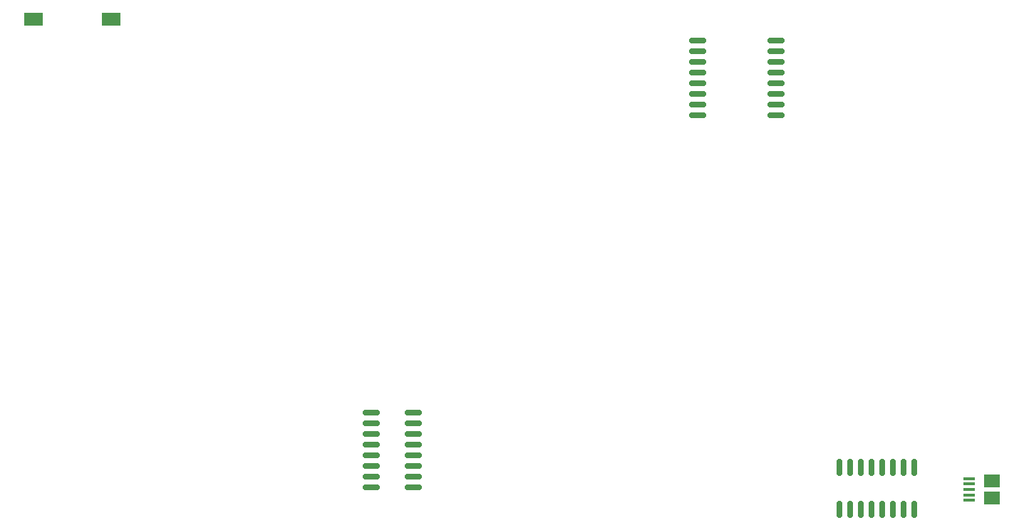
<source format=gbr>
%TF.GenerationSoftware,KiCad,Pcbnew,8.0.3*%
%TF.CreationDate,2024-06-21T15:41:33+08:00*%
%TF.ProjectId,pcb,7063622e-6b69-4636-9164-5f7063625858,rev?*%
%TF.SameCoordinates,Original*%
%TF.FileFunction,Paste,Top*%
%TF.FilePolarity,Positive*%
%FSLAX46Y46*%
G04 Gerber Fmt 4.6, Leading zero omitted, Abs format (unit mm)*
G04 Created by KiCad (PCBNEW 8.0.3) date 2024-06-21 15:41:33*
%MOMM*%
%LPD*%
G01*
G04 APERTURE LIST*
G04 Aperture macros list*
%AMRoundRect*
0 Rectangle with rounded corners*
0 $1 Rounding radius*
0 $2 $3 $4 $5 $6 $7 $8 $9 X,Y pos of 4 corners*
0 Add a 4 corners polygon primitive as box body*
4,1,4,$2,$3,$4,$5,$6,$7,$8,$9,$2,$3,0*
0 Add four circle primitives for the rounded corners*
1,1,$1+$1,$2,$3*
1,1,$1+$1,$4,$5*
1,1,$1+$1,$6,$7*
1,1,$1+$1,$8,$9*
0 Add four rect primitives between the rounded corners*
20,1,$1+$1,$2,$3,$4,$5,0*
20,1,$1+$1,$4,$5,$6,$7,0*
20,1,$1+$1,$6,$7,$8,$9,0*
20,1,$1+$1,$8,$9,$2,$3,0*%
G04 Aperture macros list end*
%ADD10RoundRect,0.150000X0.150000X-0.825000X0.150000X0.825000X-0.150000X0.825000X-0.150000X-0.825000X0*%
%ADD11RoundRect,0.150000X-0.825000X-0.150000X0.825000X-0.150000X0.825000X0.150000X-0.825000X0.150000X0*%
%ADD12R,1.350000X0.400000*%
%ADD13R,1.900000X1.500000*%
%ADD14RoundRect,0.150000X-0.875000X-0.150000X0.875000X-0.150000X0.875000X0.150000X-0.875000X0.150000X0*%
%ADD15R,2.180000X1.600000*%
G04 APERTURE END LIST*
D10*
%TO.C,U3*%
X164160000Y-140340000D03*
X165430000Y-140340000D03*
X166700000Y-140340000D03*
X167970000Y-140340000D03*
X169240000Y-140340000D03*
X170510000Y-140340000D03*
X171780000Y-140340000D03*
X173050000Y-140340000D03*
X173050000Y-135390000D03*
X171780000Y-135390000D03*
X170510000Y-135390000D03*
X169240000Y-135390000D03*
X167970000Y-135390000D03*
X166700000Y-135390000D03*
X165430000Y-135390000D03*
X164160000Y-135390000D03*
%TD*%
D11*
%TO.C,U5*%
X108555000Y-128835000D03*
X108555000Y-130105000D03*
X108555000Y-131375000D03*
X108555000Y-132645000D03*
X108555000Y-133915000D03*
X108555000Y-135185000D03*
X108555000Y-136455000D03*
X108555000Y-137725000D03*
X113505000Y-137725000D03*
X113505000Y-136455000D03*
X113505000Y-135185000D03*
X113505000Y-133915000D03*
X113505000Y-132645000D03*
X113505000Y-131375000D03*
X113505000Y-130105000D03*
X113505000Y-128835000D03*
%TD*%
D12*
%TO.C,J1*%
X179537500Y-139300000D03*
X179537500Y-138650000D03*
X179537500Y-138000000D03*
X179537500Y-137350000D03*
X179537500Y-136700000D03*
D13*
X182237500Y-139000000D03*
X182237500Y-137000000D03*
%TD*%
D14*
%TO.C,U1*%
X147350000Y-84555000D03*
X147350000Y-85825000D03*
X147350000Y-87095000D03*
X147350000Y-88365000D03*
X147350000Y-89635000D03*
X147350000Y-90905000D03*
X147350000Y-92175000D03*
X147350000Y-93445000D03*
X156650000Y-93445000D03*
X156650000Y-92175000D03*
X156650000Y-90905000D03*
X156650000Y-89635000D03*
X156650000Y-88365000D03*
X156650000Y-87095000D03*
X156650000Y-85825000D03*
X156650000Y-84555000D03*
%TD*%
D15*
%TO.C,SW1*%
X68410000Y-82000000D03*
X77590000Y-82000000D03*
%TD*%
M02*

</source>
